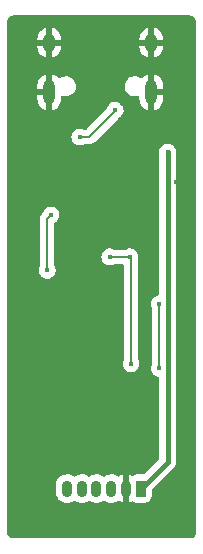
<source format=gbr>
%TF.GenerationSoftware,KiCad,Pcbnew,(6.0.8-1)-1*%
%TF.CreationDate,2022-11-12T20:26:07+08:00*%
%TF.ProjectId,RP-Link,52502d4c-696e-46b2-9e6b-696361645f70,rev?*%
%TF.SameCoordinates,Original*%
%TF.FileFunction,Copper,L2,Bot*%
%TF.FilePolarity,Positive*%
%FSLAX46Y46*%
G04 Gerber Fmt 4.6, Leading zero omitted, Abs format (unit mm)*
G04 Created by KiCad (PCBNEW (6.0.8-1)-1) date 2022-11-12 20:26:07*
%MOMM*%
%LPD*%
G01*
G04 APERTURE LIST*
G04 Aperture macros list*
%AMRoundRect*
0 Rectangle with rounded corners*
0 $1 Rounding radius*
0 $2 $3 $4 $5 $6 $7 $8 $9 X,Y pos of 4 corners*
0 Add a 4 corners polygon primitive as box body*
4,1,4,$2,$3,$4,$5,$6,$7,$8,$9,$2,$3,0*
0 Add four circle primitives for the rounded corners*
1,1,$1+$1,$2,$3*
1,1,$1+$1,$4,$5*
1,1,$1+$1,$6,$7*
1,1,$1+$1,$8,$9*
0 Add four rect primitives between the rounded corners*
20,1,$1+$1,$2,$3,$4,$5,0*
20,1,$1+$1,$4,$5,$6,$7,0*
20,1,$1+$1,$6,$7,$8,$9,0*
20,1,$1+$1,$8,$9,$2,$3,0*%
G04 Aperture macros list end*
%TA.AperFunction,ComponentPad*%
%ADD10RoundRect,0.225000X0.225000X0.475000X-0.225000X0.475000X-0.225000X-0.475000X0.225000X-0.475000X0*%
%TD*%
%TA.AperFunction,ComponentPad*%
%ADD11O,0.900000X1.400000*%
%TD*%
%TA.AperFunction,ComponentPad*%
%ADD12O,1.000000X2.100000*%
%TD*%
%TA.AperFunction,ComponentPad*%
%ADD13O,1.000000X1.600000*%
%TD*%
%TA.AperFunction,ViaPad*%
%ADD14C,0.400000*%
%TD*%
%TA.AperFunction,Conductor*%
%ADD15C,0.200000*%
%TD*%
%TA.AperFunction,Conductor*%
%ADD16C,0.150000*%
%TD*%
%TA.AperFunction,Conductor*%
%ADD17C,0.400000*%
%TD*%
G04 APERTURE END LIST*
D10*
%TO.P,J2,1,Pin_1*%
%TO.N,VCC*%
X128025000Y-104867500D03*
D11*
%TO.P,J2,2,Pin_2*%
%TO.N,GND*%
X126775000Y-104867500D03*
%TO.P,J2,3,Pin_3*%
%TO.N,/GPIO5*%
X125525000Y-104867500D03*
%TO.P,J2,4,Pin_4*%
%TO.N,/GPIO4*%
X124275000Y-104867500D03*
%TO.P,J2,5,Pin_5*%
%TO.N,/GPIO3*%
X123025000Y-104867500D03*
%TO.P,J2,6,Pin_6*%
%TO.N,/GPIO2*%
X121775000Y-104867500D03*
%TD*%
D12*
%TO.P,J1,S1,SHIELD*%
%TO.N,GND*%
X120280000Y-71305000D03*
D13*
X120280000Y-67125000D03*
D12*
X128920000Y-71305000D03*
D13*
X128920000Y-67125000D03*
%TD*%
D14*
%TO.N,GND*%
X131800000Y-95800000D03*
X122200000Y-97000000D03*
X125100000Y-89600000D03*
X128500000Y-77500000D03*
X128900000Y-83900000D03*
X126100000Y-98100000D03*
X131400000Y-71400000D03*
X127800000Y-97300000D03*
X122900000Y-80000000D03*
X124100000Y-94200000D03*
X125100000Y-90700000D03*
X126100000Y-96100000D03*
X125900000Y-68700000D03*
X120700000Y-77600000D03*
X117600000Y-105400000D03*
X131800000Y-108000000D03*
X120300000Y-91800000D03*
X117500000Y-87400000D03*
X123100000Y-68700000D03*
X131800000Y-89300000D03*
X126100000Y-90700000D03*
X120400000Y-97000000D03*
X125100000Y-88600000D03*
X124100000Y-88600000D03*
X126100000Y-89600000D03*
X117700000Y-68700000D03*
X131400000Y-90800000D03*
X131400000Y-68700000D03*
X127500000Y-99800000D03*
X122800000Y-77500000D03*
X124100000Y-89600000D03*
X126300000Y-101800000D03*
X126100000Y-88600000D03*
X127200000Y-96100000D03*
X125900000Y-66300000D03*
X117700000Y-66300000D03*
X121500000Y-94600000D03*
X122600000Y-82390000D03*
X117700000Y-71400000D03*
X121200000Y-80500000D03*
X124000000Y-100400000D03*
X131000000Y-78900000D03*
X131400000Y-66300000D03*
X117600000Y-107800000D03*
X119100000Y-87400000D03*
X131800000Y-80300000D03*
X131400000Y-87200000D03*
X124400000Y-98850000D03*
X123100000Y-66300000D03*
X131800000Y-103600000D03*
X124100000Y-90700000D03*
X127900000Y-81700000D03*
X131800000Y-84300000D03*
X127800000Y-83900000D03*
X131800000Y-105800000D03*
X117600000Y-103000000D03*
%TO.N,+3.3V*%
X120110000Y-86400000D03*
X120427385Y-81700000D03*
%TO.N,+1V1*%
X125400000Y-85250000D03*
X127200000Y-94300000D03*
X127100000Y-85250000D03*
%TO.N,/GPIO25*%
X129600000Y-89222649D03*
X129600000Y-94700000D03*
%TO.N,Net-(J1-PadA5)*%
X125850000Y-72850000D03*
X122860000Y-75100000D03*
%TO.N,VCC*%
X130300000Y-76400000D03*
%TD*%
D15*
%TO.N,+3.3V*%
X120110000Y-82017385D02*
X120427385Y-81700000D01*
X120110000Y-86400000D02*
X120110000Y-82017385D01*
D16*
%TO.N,+1V1*%
X127100000Y-85250000D02*
X125400000Y-85250000D01*
D15*
X127200000Y-94300000D02*
X127200000Y-85350000D01*
X127200000Y-85350000D02*
X127100000Y-85250000D01*
D16*
%TO.N,/GPIO25*%
X129600000Y-94700000D02*
X129600000Y-89222649D01*
D15*
%TO.N,Net-(J1-PadA5)*%
X123650000Y-75100000D02*
X125850000Y-72900000D01*
X122860000Y-75100000D02*
X123650000Y-75100000D01*
X125850000Y-72900000D02*
X125850000Y-72850000D01*
D17*
%TO.N,VCC*%
X130300000Y-102592500D02*
X130300000Y-76400000D01*
X128025000Y-104867500D02*
X130300000Y-102592500D01*
%TD*%
%TA.AperFunction,Conductor*%
%TO.N,GND*%
G36*
X132162915Y-64810000D02*
G01*
X132177748Y-64812310D01*
X132177752Y-64812310D01*
X132186621Y-64813691D01*
X132195646Y-64812511D01*
X132226081Y-64812239D01*
X132280950Y-64818421D01*
X132288161Y-64819233D01*
X132315664Y-64825510D01*
X132392757Y-64852486D01*
X132418171Y-64864725D01*
X132487325Y-64908177D01*
X132509384Y-64925769D01*
X132567128Y-64983513D01*
X132584720Y-65005571D01*
X132628174Y-65074726D01*
X132640416Y-65100148D01*
X132667387Y-65177227D01*
X132673666Y-65204736D01*
X132679915Y-65260202D01*
X132679650Y-65275867D01*
X132680693Y-65275880D01*
X132680584Y-65284849D01*
X132679202Y-65293724D01*
X132682291Y-65317344D01*
X132683329Y-65325283D01*
X132684393Y-65341621D01*
X132684391Y-108557738D01*
X132682891Y-108577124D01*
X132679200Y-108600828D01*
X132680364Y-108609729D01*
X132680254Y-108618704D01*
X132680036Y-108618701D01*
X132680020Y-108640149D01*
X132669920Y-108716509D01*
X132661330Y-108748414D01*
X132625318Y-108834915D01*
X132608729Y-108863490D01*
X132551471Y-108937650D01*
X132528025Y-108960929D01*
X132453453Y-109017658D01*
X132424762Y-109034040D01*
X132344504Y-109066780D01*
X132338005Y-109069431D01*
X132306043Y-109077791D01*
X132232975Y-109086924D01*
X132214907Y-109087873D01*
X132211702Y-109087811D01*
X132202846Y-109086367D01*
X132168974Y-109090550D01*
X132153531Y-109091500D01*
X117256470Y-109091500D01*
X117237085Y-109090000D01*
X117222252Y-109087690D01*
X117222248Y-109087690D01*
X117213379Y-109086309D01*
X117204354Y-109087489D01*
X117173919Y-109087761D01*
X117119050Y-109081579D01*
X117111839Y-109080767D01*
X117084336Y-109074490D01*
X117007243Y-109047514D01*
X116981827Y-109035274D01*
X116979870Y-109034044D01*
X116912675Y-108991823D01*
X116890616Y-108974231D01*
X116832872Y-108916487D01*
X116815280Y-108894429D01*
X116771826Y-108825274D01*
X116759584Y-108799852D01*
X116732613Y-108722773D01*
X116726334Y-108695264D01*
X116720085Y-108639798D01*
X116720350Y-108624133D01*
X116719307Y-108624120D01*
X116719416Y-108615151D01*
X116720798Y-108606276D01*
X116716671Y-108574714D01*
X116715607Y-108558379D01*
X116715607Y-105166163D01*
X120816500Y-105166163D01*
X120831235Y-105311227D01*
X120833144Y-105317318D01*
X120887556Y-105490951D01*
X120887558Y-105490956D01*
X120889465Y-105497041D01*
X120892558Y-105502620D01*
X120977450Y-105655768D01*
X120983870Y-105667350D01*
X120988019Y-105672191D01*
X120988022Y-105672195D01*
X121052167Y-105747034D01*
X121110591Y-105815198D01*
X121264453Y-105934546D01*
X121270176Y-105937362D01*
X121270179Y-105937364D01*
X121412520Y-106007404D01*
X121439171Y-106020518D01*
X121445349Y-106022127D01*
X121445351Y-106022128D01*
X121621425Y-106067992D01*
X121621428Y-106067992D01*
X121627607Y-106069602D01*
X121711597Y-106074004D01*
X121815683Y-106079459D01*
X121815687Y-106079459D01*
X121822064Y-106079793D01*
X121977413Y-106056299D01*
X122008285Y-106051630D01*
X122008286Y-106051630D01*
X122014599Y-106050675D01*
X122020585Y-106048472D01*
X122020591Y-106048471D01*
X122191360Y-105985640D01*
X122191365Y-105985638D01*
X122197346Y-105983437D01*
X122313597Y-105911358D01*
X122334185Y-105898593D01*
X122402620Y-105879697D01*
X122470408Y-105900798D01*
X122477808Y-105906121D01*
X122509406Y-105930631D01*
X122514453Y-105934546D01*
X122520176Y-105937362D01*
X122520179Y-105937364D01*
X122662520Y-106007404D01*
X122689171Y-106020518D01*
X122695349Y-106022127D01*
X122695351Y-106022128D01*
X122871425Y-106067992D01*
X122871428Y-106067992D01*
X122877607Y-106069602D01*
X122961597Y-106074004D01*
X123065683Y-106079459D01*
X123065687Y-106079459D01*
X123072064Y-106079793D01*
X123227413Y-106056299D01*
X123258285Y-106051630D01*
X123258286Y-106051630D01*
X123264599Y-106050675D01*
X123270585Y-106048472D01*
X123270591Y-106048471D01*
X123441360Y-105985640D01*
X123441365Y-105985638D01*
X123447346Y-105983437D01*
X123563597Y-105911358D01*
X123584185Y-105898593D01*
X123652620Y-105879697D01*
X123720408Y-105900798D01*
X123727808Y-105906121D01*
X123759406Y-105930631D01*
X123764453Y-105934546D01*
X123770176Y-105937362D01*
X123770179Y-105937364D01*
X123912520Y-106007404D01*
X123939171Y-106020518D01*
X123945349Y-106022127D01*
X123945351Y-106022128D01*
X124121425Y-106067992D01*
X124121428Y-106067992D01*
X124127607Y-106069602D01*
X124211597Y-106074004D01*
X124315683Y-106079459D01*
X124315687Y-106079459D01*
X124322064Y-106079793D01*
X124477413Y-106056299D01*
X124508285Y-106051630D01*
X124508286Y-106051630D01*
X124514599Y-106050675D01*
X124520585Y-106048472D01*
X124520591Y-106048471D01*
X124691360Y-105985640D01*
X124691365Y-105985638D01*
X124697346Y-105983437D01*
X124813597Y-105911358D01*
X124834185Y-105898593D01*
X124902620Y-105879697D01*
X124970408Y-105900798D01*
X124977808Y-105906121D01*
X125009406Y-105930631D01*
X125014453Y-105934546D01*
X125020176Y-105937362D01*
X125020179Y-105937364D01*
X125162520Y-106007404D01*
X125189171Y-106020518D01*
X125195349Y-106022127D01*
X125195351Y-106022128D01*
X125371425Y-106067992D01*
X125371428Y-106067992D01*
X125377607Y-106069602D01*
X125461597Y-106074004D01*
X125565683Y-106079459D01*
X125565687Y-106079459D01*
X125572064Y-106079793D01*
X125727413Y-106056299D01*
X125758285Y-106051630D01*
X125758286Y-106051630D01*
X125764599Y-106050675D01*
X125770585Y-106048472D01*
X125770591Y-106048471D01*
X125941360Y-105985640D01*
X125941365Y-105985638D01*
X125947346Y-105983437D01*
X126084637Y-105898313D01*
X126153072Y-105879415D01*
X126220860Y-105900517D01*
X126228259Y-105905839D01*
X126259680Y-105930211D01*
X126270440Y-105936935D01*
X126433625Y-106017232D01*
X126445519Y-106021655D01*
X126503470Y-106036751D01*
X126517564Y-106036317D01*
X126521000Y-106028136D01*
X126521000Y-106026729D01*
X127029000Y-106026729D01*
X127032973Y-106040260D01*
X127039075Y-106041137D01*
X127191136Y-105985190D01*
X127202549Y-105979623D01*
X127252578Y-105948604D01*
X127321014Y-105929706D01*
X127385091Y-105948430D01*
X127445457Y-105985640D01*
X127487899Y-106011802D01*
X127650243Y-106065649D01*
X127657080Y-106066349D01*
X127657082Y-106066350D01*
X127698401Y-106070583D01*
X127751268Y-106076000D01*
X128298732Y-106076000D01*
X128301978Y-106075663D01*
X128301982Y-106075663D01*
X128336083Y-106072125D01*
X128401019Y-106065387D01*
X128451722Y-106048471D01*
X128556324Y-106013573D01*
X128556326Y-106013572D01*
X128563268Y-106011256D01*
X128613655Y-105980076D01*
X128702485Y-105925106D01*
X128708713Y-105921252D01*
X128829552Y-105800202D01*
X128908457Y-105672195D01*
X128915462Y-105660831D01*
X128915463Y-105660829D01*
X128919302Y-105654601D01*
X128973149Y-105492257D01*
X128983500Y-105391232D01*
X128983500Y-104963160D01*
X129003502Y-104895039D01*
X129020405Y-104874065D01*
X130780520Y-103113950D01*
X130786785Y-103108096D01*
X130787238Y-103107701D01*
X130830385Y-103070061D01*
X130867129Y-103017780D01*
X130871061Y-103012486D01*
X130905791Y-102968193D01*
X130910476Y-102962218D01*
X130913599Y-102955302D01*
X130914983Y-102953016D01*
X130923357Y-102938335D01*
X130924622Y-102935975D01*
X130928990Y-102929761D01*
X130952203Y-102870223D01*
X130954759Y-102864142D01*
X130977918Y-102812852D01*
X130981045Y-102805927D01*
X130982429Y-102798460D01*
X130983230Y-102795905D01*
X130987859Y-102779652D01*
X130988521Y-102777072D01*
X130991282Y-102769991D01*
X130999622Y-102706643D01*
X131000653Y-102700129D01*
X131012296Y-102637313D01*
X131008709Y-102575107D01*
X131008500Y-102567853D01*
X131008500Y-76459331D01*
X131009757Y-76441577D01*
X131012966Y-76419030D01*
X131012966Y-76419029D01*
X131013547Y-76414947D01*
X131013704Y-76400000D01*
X130993102Y-76229758D01*
X130932487Y-76069344D01*
X130835357Y-75928019D01*
X130829686Y-75922966D01*
X130712993Y-75818996D01*
X130712990Y-75818994D01*
X130707321Y-75813943D01*
X130699325Y-75809709D01*
X130562481Y-75737254D01*
X130562482Y-75737254D01*
X130555769Y-75733700D01*
X130538196Y-75729286D01*
X130396822Y-75693775D01*
X130396818Y-75693775D01*
X130389451Y-75691924D01*
X130381852Y-75691884D01*
X130381850Y-75691884D01*
X130310394Y-75691510D01*
X130217969Y-75691026D01*
X130210589Y-75692798D01*
X130210587Y-75692798D01*
X130058602Y-75729286D01*
X130058598Y-75729287D01*
X130051223Y-75731058D01*
X129898839Y-75809709D01*
X129769615Y-75922439D01*
X129671010Y-76062739D01*
X129608718Y-76222509D01*
X129586335Y-76392526D01*
X129589261Y-76419030D01*
X129590739Y-76432416D01*
X129591500Y-76446243D01*
X129591500Y-88396691D01*
X129571498Y-88464812D01*
X129517842Y-88511305D01*
X129494914Y-88519210D01*
X129358602Y-88551935D01*
X129358598Y-88551936D01*
X129351223Y-88553707D01*
X129198839Y-88632358D01*
X129069615Y-88745088D01*
X128971010Y-88885388D01*
X128908718Y-89045158D01*
X128886335Y-89215175D01*
X128905153Y-89385624D01*
X128964085Y-89546664D01*
X128995082Y-89592792D01*
X129016500Y-89663066D01*
X129016500Y-94258166D01*
X128993586Y-94330617D01*
X128971010Y-94362739D01*
X128968250Y-94369818D01*
X128926383Y-94477202D01*
X128908718Y-94522509D01*
X128907726Y-94530042D01*
X128907726Y-94530043D01*
X128891934Y-94649998D01*
X128886335Y-94692526D01*
X128905153Y-94862975D01*
X128964085Y-95024015D01*
X129059730Y-95166349D01*
X129186565Y-95281760D01*
X129337268Y-95363585D01*
X129447875Y-95392603D01*
X129497474Y-95405615D01*
X129558289Y-95442249D01*
X129589644Y-95505947D01*
X129591500Y-95527491D01*
X129591500Y-102246840D01*
X129571498Y-102314961D01*
X129554595Y-102335935D01*
X128268435Y-103622095D01*
X128206123Y-103656121D01*
X128179340Y-103659000D01*
X127751268Y-103659000D01*
X127748022Y-103659337D01*
X127748018Y-103659337D01*
X127713917Y-103662875D01*
X127648981Y-103669613D01*
X127642440Y-103671795D01*
X127642441Y-103671795D01*
X127493676Y-103721427D01*
X127493674Y-103721428D01*
X127486732Y-103723744D01*
X127480508Y-103727596D01*
X127480507Y-103727596D01*
X127387394Y-103785216D01*
X127318942Y-103804054D01*
X127265462Y-103791127D01*
X127116379Y-103717770D01*
X127104481Y-103713345D01*
X127046530Y-103698249D01*
X127032436Y-103698683D01*
X127029000Y-103706864D01*
X127029000Y-106026729D01*
X126521000Y-106026729D01*
X126521000Y-103708271D01*
X126517027Y-103694740D01*
X126510925Y-103693863D01*
X126358864Y-103749810D01*
X126347451Y-103755377D01*
X126216237Y-103836733D01*
X126147801Y-103855631D01*
X126080013Y-103834529D01*
X126072623Y-103829213D01*
X126035547Y-103800454D01*
X126029824Y-103797638D01*
X126029821Y-103797636D01*
X125866556Y-103717300D01*
X125860829Y-103714482D01*
X125854651Y-103712873D01*
X125854649Y-103712872D01*
X125678575Y-103667008D01*
X125678572Y-103667008D01*
X125672393Y-103665398D01*
X125588403Y-103660996D01*
X125484317Y-103655541D01*
X125484313Y-103655541D01*
X125477936Y-103655207D01*
X125322587Y-103678701D01*
X125291715Y-103683370D01*
X125291714Y-103683370D01*
X125285401Y-103684325D01*
X125279415Y-103686528D01*
X125279409Y-103686529D01*
X125108640Y-103749360D01*
X125108635Y-103749362D01*
X125102654Y-103751563D01*
X125038844Y-103791127D01*
X124965815Y-103836407D01*
X124897380Y-103855303D01*
X124829592Y-103834202D01*
X124822192Y-103828879D01*
X124790592Y-103804367D01*
X124790590Y-103804366D01*
X124785547Y-103800454D01*
X124779824Y-103797638D01*
X124779821Y-103797636D01*
X124616556Y-103717300D01*
X124610829Y-103714482D01*
X124604651Y-103712873D01*
X124604649Y-103712872D01*
X124428575Y-103667008D01*
X124428572Y-103667008D01*
X124422393Y-103665398D01*
X124338403Y-103660996D01*
X124234317Y-103655541D01*
X124234313Y-103655541D01*
X124227936Y-103655207D01*
X124072587Y-103678701D01*
X124041715Y-103683370D01*
X124041714Y-103683370D01*
X124035401Y-103684325D01*
X124029415Y-103686528D01*
X124029409Y-103686529D01*
X123858640Y-103749360D01*
X123858635Y-103749362D01*
X123852654Y-103751563D01*
X123788844Y-103791127D01*
X123715815Y-103836407D01*
X123647380Y-103855303D01*
X123579592Y-103834202D01*
X123572192Y-103828879D01*
X123540592Y-103804367D01*
X123540590Y-103804366D01*
X123535547Y-103800454D01*
X123529824Y-103797638D01*
X123529821Y-103797636D01*
X123366556Y-103717300D01*
X123360829Y-103714482D01*
X123354651Y-103712873D01*
X123354649Y-103712872D01*
X123178575Y-103667008D01*
X123178572Y-103667008D01*
X123172393Y-103665398D01*
X123088403Y-103660996D01*
X122984317Y-103655541D01*
X122984313Y-103655541D01*
X122977936Y-103655207D01*
X122822587Y-103678701D01*
X122791715Y-103683370D01*
X122791714Y-103683370D01*
X122785401Y-103684325D01*
X122779415Y-103686528D01*
X122779409Y-103686529D01*
X122608640Y-103749360D01*
X122608635Y-103749362D01*
X122602654Y-103751563D01*
X122538844Y-103791127D01*
X122465815Y-103836407D01*
X122397380Y-103855303D01*
X122329592Y-103834202D01*
X122322192Y-103828879D01*
X122290592Y-103804367D01*
X122290590Y-103804366D01*
X122285547Y-103800454D01*
X122279824Y-103797638D01*
X122279821Y-103797636D01*
X122116556Y-103717300D01*
X122110829Y-103714482D01*
X122104651Y-103712873D01*
X122104649Y-103712872D01*
X121928575Y-103667008D01*
X121928572Y-103667008D01*
X121922393Y-103665398D01*
X121838403Y-103660996D01*
X121734317Y-103655541D01*
X121734313Y-103655541D01*
X121727936Y-103655207D01*
X121572587Y-103678701D01*
X121541715Y-103683370D01*
X121541714Y-103683370D01*
X121535401Y-103684325D01*
X121529415Y-103686528D01*
X121529409Y-103686529D01*
X121358640Y-103749360D01*
X121358635Y-103749362D01*
X121352654Y-103751563D01*
X121288844Y-103791127D01*
X121227957Y-103828879D01*
X121187160Y-103854174D01*
X121045678Y-103987966D01*
X120933989Y-104147475D01*
X120856655Y-104326184D01*
X120855350Y-104332431D01*
X120855349Y-104332434D01*
X120836268Y-104423773D01*
X120816835Y-104516793D01*
X120816500Y-104523185D01*
X120816500Y-105166163D01*
X116715607Y-105166163D01*
X116715607Y-86392526D01*
X119396335Y-86392526D01*
X119415153Y-86562975D01*
X119417762Y-86570106D01*
X119417763Y-86570108D01*
X119425688Y-86591764D01*
X119474085Y-86724015D01*
X119569730Y-86866349D01*
X119696565Y-86981760D01*
X119847268Y-87063585D01*
X120013139Y-87107101D01*
X120100586Y-87108474D01*
X120177003Y-87109675D01*
X120177006Y-87109675D01*
X120184602Y-87109794D01*
X120192006Y-87108098D01*
X120192008Y-87108098D01*
X120254846Y-87093706D01*
X120351759Y-87071510D01*
X120504958Y-86994459D01*
X120510729Y-86989530D01*
X120510732Y-86989528D01*
X120629578Y-86888023D01*
X120635355Y-86883089D01*
X120735424Y-86743830D01*
X120799385Y-86584720D01*
X120823547Y-86414947D01*
X120823704Y-86400000D01*
X120803102Y-86229758D01*
X120742487Y-86069344D01*
X120738187Y-86063087D01*
X120734665Y-86056350D01*
X120737063Y-86055096D01*
X120718500Y-85995318D01*
X120718500Y-85242526D01*
X124686335Y-85242526D01*
X124693240Y-85305073D01*
X124703515Y-85398136D01*
X124705153Y-85412975D01*
X124764085Y-85574015D01*
X124859730Y-85716349D01*
X124986565Y-85831760D01*
X125137268Y-85913585D01*
X125303139Y-85957101D01*
X125390586Y-85958474D01*
X125467003Y-85959675D01*
X125467006Y-85959675D01*
X125474602Y-85959794D01*
X125482006Y-85958098D01*
X125482008Y-85958098D01*
X125544846Y-85943706D01*
X125641759Y-85921510D01*
X125790035Y-85846935D01*
X125846649Y-85833500D01*
X126465500Y-85833500D01*
X126533621Y-85853502D01*
X126580114Y-85907158D01*
X126591500Y-85959500D01*
X126591500Y-93894808D01*
X126576543Y-93954351D01*
X126575377Y-93956525D01*
X126571010Y-93962739D01*
X126508718Y-94122509D01*
X126507726Y-94130042D01*
X126507726Y-94130043D01*
X126490859Y-94258166D01*
X126486335Y-94292526D01*
X126505153Y-94462975D01*
X126507762Y-94470106D01*
X126507763Y-94470108D01*
X126515688Y-94491764D01*
X126564085Y-94624015D01*
X126659730Y-94766349D01*
X126723148Y-94824055D01*
X126773760Y-94870108D01*
X126786565Y-94881760D01*
X126937268Y-94963585D01*
X127103139Y-95007101D01*
X127190586Y-95008474D01*
X127267003Y-95009675D01*
X127267006Y-95009675D01*
X127274602Y-95009794D01*
X127282006Y-95008098D01*
X127282008Y-95008098D01*
X127344846Y-94993706D01*
X127441759Y-94971510D01*
X127594958Y-94894459D01*
X127600729Y-94889530D01*
X127600732Y-94889528D01*
X127719578Y-94788023D01*
X127725355Y-94783089D01*
X127825424Y-94643830D01*
X127889385Y-94484720D01*
X127913547Y-94314947D01*
X127913704Y-94300000D01*
X127893102Y-94129758D01*
X127832487Y-93969344D01*
X127828187Y-93963087D01*
X127824665Y-93956350D01*
X127827063Y-93955096D01*
X127808500Y-93895318D01*
X127808500Y-85398136D01*
X127809578Y-85381690D01*
X127812672Y-85358188D01*
X127813750Y-85350000D01*
X127810089Y-85322188D01*
X127810268Y-85287991D01*
X127812965Y-85269035D01*
X127813547Y-85264947D01*
X127813704Y-85250000D01*
X127793102Y-85079758D01*
X127732487Y-84919344D01*
X127635357Y-84778019D01*
X127629686Y-84772966D01*
X127512993Y-84668996D01*
X127512990Y-84668994D01*
X127507321Y-84663943D01*
X127499325Y-84659709D01*
X127362481Y-84587254D01*
X127362482Y-84587254D01*
X127355769Y-84583700D01*
X127338196Y-84579286D01*
X127196822Y-84543775D01*
X127196818Y-84543775D01*
X127189451Y-84541924D01*
X127181852Y-84541884D01*
X127181850Y-84541884D01*
X127110394Y-84541510D01*
X127017969Y-84541026D01*
X127010589Y-84542798D01*
X127010587Y-84542798D01*
X126858602Y-84579286D01*
X126858598Y-84579287D01*
X126851223Y-84581058D01*
X126743009Y-84636911D01*
X126712872Y-84652466D01*
X126655082Y-84666500D01*
X125843448Y-84666500D01*
X125784489Y-84651854D01*
X125662481Y-84587254D01*
X125662482Y-84587254D01*
X125655769Y-84583700D01*
X125638196Y-84579286D01*
X125496822Y-84543775D01*
X125496818Y-84543775D01*
X125489451Y-84541924D01*
X125481852Y-84541884D01*
X125481850Y-84541884D01*
X125410394Y-84541510D01*
X125317969Y-84541026D01*
X125310589Y-84542798D01*
X125310587Y-84542798D01*
X125158602Y-84579286D01*
X125158598Y-84579287D01*
X125151223Y-84581058D01*
X124998839Y-84659709D01*
X124869615Y-84772439D01*
X124771010Y-84912739D01*
X124708718Y-85072509D01*
X124686335Y-85242526D01*
X120718500Y-85242526D01*
X120718500Y-82424355D01*
X120738502Y-82356234D01*
X120787885Y-82311791D01*
X120815554Y-82297875D01*
X120815563Y-82297869D01*
X120822343Y-82294459D01*
X120952740Y-82183089D01*
X121052809Y-82043830D01*
X121116770Y-81884720D01*
X121140932Y-81714947D01*
X121141089Y-81700000D01*
X121136643Y-81663262D01*
X121121400Y-81537299D01*
X121121399Y-81537296D01*
X121120487Y-81529758D01*
X121059872Y-81369344D01*
X120962742Y-81228019D01*
X120957071Y-81222966D01*
X120840378Y-81118996D01*
X120840375Y-81118994D01*
X120834706Y-81113943D01*
X120826710Y-81109709D01*
X120689866Y-81037254D01*
X120689867Y-81037254D01*
X120683154Y-81033700D01*
X120665581Y-81029286D01*
X120524207Y-80993775D01*
X120524203Y-80993775D01*
X120516836Y-80991924D01*
X120509237Y-80991884D01*
X120509235Y-80991884D01*
X120437779Y-80991510D01*
X120345354Y-80991026D01*
X120337974Y-80992798D01*
X120337972Y-80992798D01*
X120185987Y-81029286D01*
X120185983Y-81029287D01*
X120178608Y-81031058D01*
X120026224Y-81109709D01*
X119897000Y-81222439D01*
X119798395Y-81362739D01*
X119759416Y-81462714D01*
X119740659Y-81510823D01*
X119699970Y-81565015D01*
X119676013Y-81583398D01*
X119651526Y-81615310D01*
X119651523Y-81615313D01*
X119651517Y-81615321D01*
X119589691Y-81695894D01*
X119578476Y-81710509D01*
X119578476Y-81710510D01*
X119517162Y-81858535D01*
X119501500Y-81977500D01*
X119501500Y-81977505D01*
X119496250Y-82017385D01*
X119499732Y-82043830D01*
X119500422Y-82049075D01*
X119501500Y-82065521D01*
X119501500Y-85994808D01*
X119486543Y-86054351D01*
X119485377Y-86056525D01*
X119481010Y-86062739D01*
X119418718Y-86222509D01*
X119396335Y-86392526D01*
X116715607Y-86392526D01*
X116715607Y-75092526D01*
X122146335Y-75092526D01*
X122165153Y-75262975D01*
X122224085Y-75424015D01*
X122319730Y-75566349D01*
X122446565Y-75681760D01*
X122597268Y-75763585D01*
X122763139Y-75807101D01*
X122850586Y-75808474D01*
X122927003Y-75809675D01*
X122927006Y-75809675D01*
X122934602Y-75809794D01*
X122942006Y-75808098D01*
X122942008Y-75808098D01*
X123004846Y-75793706D01*
X123101759Y-75771510D01*
X123200329Y-75721935D01*
X123256942Y-75708500D01*
X123601864Y-75708500D01*
X123618307Y-75709578D01*
X123650000Y-75713750D01*
X123658189Y-75712672D01*
X123689874Y-75708501D01*
X123689884Y-75708500D01*
X123689885Y-75708500D01*
X123789457Y-75695391D01*
X123800664Y-75693916D01*
X123800666Y-75693915D01*
X123808851Y-75692838D01*
X123956876Y-75631524D01*
X124052072Y-75558477D01*
X124052075Y-75558474D01*
X124083987Y-75533987D01*
X124089017Y-75527432D01*
X124103452Y-75508621D01*
X124114319Y-75496230D01*
X126071935Y-73538614D01*
X126104416Y-73515144D01*
X126238174Y-73447871D01*
X126244958Y-73444459D01*
X126250729Y-73439530D01*
X126250732Y-73439528D01*
X126369578Y-73338023D01*
X126375355Y-73333089D01*
X126475424Y-73193830D01*
X126539385Y-73034720D01*
X126563547Y-72864947D01*
X126563704Y-72850000D01*
X126550339Y-72739560D01*
X126544015Y-72687299D01*
X126544014Y-72687296D01*
X126543102Y-72679758D01*
X126482487Y-72519344D01*
X126473675Y-72506523D01*
X126389659Y-72384278D01*
X126389658Y-72384276D01*
X126385357Y-72378019D01*
X126379686Y-72372966D01*
X126262993Y-72268996D01*
X126262990Y-72268994D01*
X126257321Y-72263943D01*
X126249325Y-72259709D01*
X126112481Y-72187254D01*
X126112482Y-72187254D01*
X126105769Y-72183700D01*
X126088196Y-72179286D01*
X125946822Y-72143775D01*
X125946818Y-72143775D01*
X125939451Y-72141924D01*
X125931852Y-72141884D01*
X125931850Y-72141884D01*
X125860394Y-72141510D01*
X125767969Y-72141026D01*
X125760589Y-72142798D01*
X125760587Y-72142798D01*
X125608602Y-72179286D01*
X125608598Y-72179287D01*
X125601223Y-72181058D01*
X125448839Y-72259709D01*
X125319615Y-72372439D01*
X125221010Y-72512739D01*
X125158718Y-72672509D01*
X125157726Y-72680042D01*
X125157726Y-72680043D01*
X125155473Y-72697157D01*
X125126750Y-72762084D01*
X125119646Y-72769805D01*
X123434856Y-74454595D01*
X123372544Y-74488621D01*
X123345761Y-74491500D01*
X123256232Y-74491500D01*
X123197276Y-74476856D01*
X123115769Y-74433700D01*
X123098196Y-74429286D01*
X122956822Y-74393775D01*
X122956818Y-74393775D01*
X122949451Y-74391924D01*
X122941852Y-74391884D01*
X122941850Y-74391884D01*
X122870394Y-74391510D01*
X122777969Y-74391026D01*
X122770589Y-74392798D01*
X122770587Y-74392798D01*
X122618602Y-74429286D01*
X122618598Y-74429287D01*
X122611223Y-74431058D01*
X122458839Y-74509709D01*
X122329615Y-74622439D01*
X122231010Y-74762739D01*
X122168718Y-74922509D01*
X122146335Y-75092526D01*
X116715607Y-75092526D01*
X116715607Y-71901657D01*
X119272000Y-71901657D01*
X119272301Y-71907805D01*
X119285812Y-72045603D01*
X119288195Y-72057638D01*
X119341767Y-72235076D01*
X119346441Y-72246416D01*
X119433460Y-72410077D01*
X119440249Y-72420294D01*
X119557397Y-72563933D01*
X119566041Y-72572637D01*
X119708856Y-72690784D01*
X119719027Y-72697644D01*
X119882076Y-72785804D01*
X119893381Y-72790556D01*
X120008692Y-72826250D01*
X120022795Y-72826456D01*
X120026000Y-72819701D01*
X120026000Y-72812924D01*
X120534000Y-72812924D01*
X120537973Y-72826455D01*
X120545768Y-72827575D01*
X120653521Y-72795862D01*
X120664889Y-72791269D01*
X120829154Y-72705393D01*
X120839415Y-72698679D01*
X120983873Y-72582532D01*
X120992632Y-72573954D01*
X121111778Y-72431961D01*
X121118708Y-72421841D01*
X121208002Y-72259415D01*
X121212834Y-72248142D01*
X121268880Y-72071462D01*
X121271430Y-72059468D01*
X121287607Y-71915239D01*
X121288000Y-71908215D01*
X121288000Y-71722026D01*
X121308002Y-71653905D01*
X121361658Y-71607412D01*
X121431932Y-71597308D01*
X121441486Y-71599061D01*
X121611494Y-71637062D01*
X121611501Y-71637063D01*
X121616543Y-71638190D01*
X121622088Y-71638500D01*
X121755244Y-71638500D01*
X121890037Y-71623857D01*
X122028927Y-71577115D01*
X122055204Y-71568272D01*
X122055206Y-71568271D01*
X122061675Y-71566094D01*
X122216905Y-71472823D01*
X122221862Y-71468135D01*
X122221865Y-71468133D01*
X122343527Y-71353082D01*
X122343529Y-71353080D01*
X122348485Y-71348393D01*
X122352317Y-71342755D01*
X122352320Y-71342751D01*
X122446442Y-71204255D01*
X122450277Y-71198612D01*
X122517530Y-71030466D01*
X122518644Y-71023738D01*
X122518645Y-71023734D01*
X122545993Y-70858539D01*
X122545993Y-70858536D01*
X122547108Y-70851802D01*
X122542203Y-70758198D01*
X126652892Y-70758198D01*
X126653249Y-70765015D01*
X126653249Y-70765019D01*
X126658151Y-70858539D01*
X126662370Y-70939047D01*
X126664181Y-70945620D01*
X126664181Y-70945623D01*
X126693207Y-71051000D01*
X126710461Y-71113641D01*
X126794922Y-71273836D01*
X126799327Y-71279049D01*
X126799330Y-71279053D01*
X126907406Y-71406943D01*
X126907410Y-71406947D01*
X126911813Y-71412157D01*
X126917237Y-71416304D01*
X126917238Y-71416305D01*
X127050257Y-71518006D01*
X127050261Y-71518009D01*
X127055678Y-71522150D01*
X127138287Y-71560671D01*
X127213631Y-71595805D01*
X127213634Y-71595806D01*
X127219808Y-71598685D01*
X127226456Y-71600171D01*
X127226459Y-71600172D01*
X127322686Y-71621681D01*
X127396543Y-71638190D01*
X127402088Y-71638500D01*
X127535244Y-71638500D01*
X127670037Y-71623857D01*
X127676501Y-71621682D01*
X127676504Y-71621681D01*
X127743716Y-71599061D01*
X127745811Y-71598356D01*
X127816753Y-71595586D01*
X127877932Y-71631609D01*
X127909923Y-71694990D01*
X127912000Y-71717775D01*
X127912000Y-71901657D01*
X127912301Y-71907805D01*
X127925812Y-72045603D01*
X127928195Y-72057638D01*
X127981767Y-72235076D01*
X127986441Y-72246416D01*
X128073460Y-72410077D01*
X128080249Y-72420294D01*
X128197397Y-72563933D01*
X128206041Y-72572637D01*
X128348856Y-72690784D01*
X128359027Y-72697644D01*
X128522076Y-72785804D01*
X128533381Y-72790556D01*
X128648692Y-72826250D01*
X128662795Y-72826456D01*
X128666000Y-72819701D01*
X128666000Y-72812924D01*
X129174000Y-72812924D01*
X129177973Y-72826455D01*
X129185768Y-72827575D01*
X129293521Y-72795862D01*
X129304889Y-72791269D01*
X129469154Y-72705393D01*
X129479415Y-72698679D01*
X129623873Y-72582532D01*
X129632632Y-72573954D01*
X129751778Y-72431961D01*
X129758708Y-72421841D01*
X129848002Y-72259415D01*
X129852834Y-72248142D01*
X129908880Y-72071462D01*
X129911430Y-72059468D01*
X129927607Y-71915239D01*
X129928000Y-71908215D01*
X129928000Y-71577115D01*
X129923525Y-71561876D01*
X129922135Y-71560671D01*
X129914452Y-71559000D01*
X129192115Y-71559000D01*
X129176876Y-71563475D01*
X129175671Y-71564865D01*
X129174000Y-71572548D01*
X129174000Y-72812924D01*
X128666000Y-72812924D01*
X128666000Y-71032885D01*
X129174000Y-71032885D01*
X129178475Y-71048124D01*
X129179865Y-71049329D01*
X129187548Y-71051000D01*
X129909885Y-71051000D01*
X129925124Y-71046525D01*
X129926329Y-71045135D01*
X129928000Y-71037452D01*
X129928000Y-70708343D01*
X129927699Y-70702195D01*
X129914188Y-70564397D01*
X129911805Y-70552362D01*
X129858233Y-70374924D01*
X129853559Y-70363584D01*
X129766540Y-70199923D01*
X129759751Y-70189706D01*
X129642603Y-70046067D01*
X129633959Y-70037363D01*
X129491144Y-69919216D01*
X129480973Y-69912356D01*
X129317924Y-69824196D01*
X129306619Y-69819444D01*
X129191308Y-69783750D01*
X129177205Y-69783544D01*
X129174000Y-69790299D01*
X129174000Y-71032885D01*
X128666000Y-71032885D01*
X128666000Y-69797076D01*
X128662027Y-69783545D01*
X128654232Y-69782425D01*
X128546479Y-69814138D01*
X128535111Y-69818731D01*
X128370846Y-69904607D01*
X128360585Y-69911321D01*
X128216127Y-70027468D01*
X128207366Y-70036047D01*
X128147664Y-70107197D01*
X128088555Y-70146523D01*
X128017567Y-70147649D01*
X127974614Y-70126301D01*
X127929743Y-70091994D01*
X127929739Y-70091991D01*
X127924322Y-70087850D01*
X127813228Y-70036046D01*
X127766369Y-70014195D01*
X127766366Y-70014194D01*
X127760192Y-70011315D01*
X127753544Y-70009829D01*
X127753541Y-70009828D01*
X127588494Y-69972936D01*
X127588495Y-69972936D01*
X127583457Y-69971810D01*
X127577912Y-69971500D01*
X127444756Y-69971500D01*
X127309963Y-69986143D01*
X127226609Y-70014195D01*
X127144796Y-70041728D01*
X127144794Y-70041729D01*
X127138325Y-70043906D01*
X126983095Y-70137177D01*
X126978138Y-70141865D01*
X126978135Y-70141867D01*
X126923329Y-70193695D01*
X126851515Y-70261607D01*
X126847683Y-70267245D01*
X126847680Y-70267249D01*
X126796740Y-70342205D01*
X126749723Y-70411388D01*
X126682470Y-70579534D01*
X126681356Y-70586262D01*
X126681355Y-70586266D01*
X126654007Y-70751461D01*
X126652892Y-70758198D01*
X122542203Y-70758198D01*
X122537987Y-70677766D01*
X122537630Y-70670953D01*
X122514304Y-70586266D01*
X122491352Y-70502941D01*
X122489539Y-70496359D01*
X122405078Y-70336164D01*
X122400673Y-70330951D01*
X122400670Y-70330947D01*
X122292594Y-70203057D01*
X122292590Y-70203053D01*
X122288187Y-70197843D01*
X122282762Y-70193695D01*
X122149743Y-70091994D01*
X122149739Y-70091991D01*
X122144322Y-70087850D01*
X122033228Y-70036046D01*
X121986369Y-70014195D01*
X121986366Y-70014194D01*
X121980192Y-70011315D01*
X121973544Y-70009829D01*
X121973541Y-70009828D01*
X121808494Y-69972936D01*
X121808495Y-69972936D01*
X121803457Y-69971810D01*
X121797912Y-69971500D01*
X121664756Y-69971500D01*
X121529963Y-69986143D01*
X121446609Y-70014195D01*
X121364796Y-70041728D01*
X121364794Y-70041729D01*
X121358325Y-70043906D01*
X121211962Y-70131849D01*
X121143273Y-70149788D01*
X121075786Y-70127741D01*
X121049428Y-70103481D01*
X121002603Y-70046067D01*
X120993959Y-70037363D01*
X120851144Y-69919216D01*
X120840973Y-69912356D01*
X120677924Y-69824196D01*
X120666619Y-69819444D01*
X120551308Y-69783750D01*
X120537205Y-69783544D01*
X120534000Y-69790299D01*
X120534000Y-72812924D01*
X120026000Y-72812924D01*
X120026000Y-71577115D01*
X120021525Y-71561876D01*
X120020135Y-71560671D01*
X120012452Y-71559000D01*
X119290115Y-71559000D01*
X119274876Y-71563475D01*
X119273671Y-71564865D01*
X119272000Y-71572548D01*
X119272000Y-71901657D01*
X116715607Y-71901657D01*
X116715607Y-71032885D01*
X119272000Y-71032885D01*
X119276475Y-71048124D01*
X119277865Y-71049329D01*
X119285548Y-71051000D01*
X120007885Y-71051000D01*
X120023124Y-71046525D01*
X120024329Y-71045135D01*
X120026000Y-71037452D01*
X120026000Y-69797076D01*
X120022027Y-69783545D01*
X120014232Y-69782425D01*
X119906479Y-69814138D01*
X119895111Y-69818731D01*
X119730846Y-69904607D01*
X119720585Y-69911321D01*
X119576127Y-70027468D01*
X119567368Y-70036046D01*
X119448222Y-70178039D01*
X119441292Y-70188159D01*
X119351998Y-70350585D01*
X119347166Y-70361858D01*
X119291120Y-70538538D01*
X119288570Y-70550532D01*
X119272393Y-70694761D01*
X119272000Y-70701785D01*
X119272000Y-71032885D01*
X116715607Y-71032885D01*
X116715607Y-67471657D01*
X119272000Y-67471657D01*
X119272301Y-67477805D01*
X119285812Y-67615603D01*
X119288195Y-67627638D01*
X119341767Y-67805076D01*
X119346441Y-67816416D01*
X119433460Y-67980077D01*
X119440249Y-67990294D01*
X119557397Y-68133933D01*
X119566041Y-68142637D01*
X119708856Y-68260784D01*
X119719027Y-68267644D01*
X119882076Y-68355804D01*
X119893381Y-68360556D01*
X120008692Y-68396250D01*
X120022795Y-68396456D01*
X120026000Y-68389701D01*
X120026000Y-68382924D01*
X120534000Y-68382924D01*
X120537973Y-68396455D01*
X120545768Y-68397575D01*
X120653521Y-68365862D01*
X120664889Y-68361269D01*
X120829154Y-68275393D01*
X120839415Y-68268679D01*
X120983873Y-68152532D01*
X120992632Y-68143954D01*
X121111778Y-68001961D01*
X121118708Y-67991841D01*
X121208002Y-67829415D01*
X121212834Y-67818142D01*
X121268880Y-67641462D01*
X121271430Y-67629468D01*
X121287607Y-67485239D01*
X121288000Y-67478215D01*
X121288000Y-67471657D01*
X127912000Y-67471657D01*
X127912301Y-67477805D01*
X127925812Y-67615603D01*
X127928195Y-67627638D01*
X127981767Y-67805076D01*
X127986441Y-67816416D01*
X128073460Y-67980077D01*
X128080249Y-67990294D01*
X128197397Y-68133933D01*
X128206041Y-68142637D01*
X128348856Y-68260784D01*
X128359027Y-68267644D01*
X128522076Y-68355804D01*
X128533381Y-68360556D01*
X128648692Y-68396250D01*
X128662795Y-68396456D01*
X128666000Y-68389701D01*
X128666000Y-68382924D01*
X129174000Y-68382924D01*
X129177973Y-68396455D01*
X129185768Y-68397575D01*
X129293521Y-68365862D01*
X129304889Y-68361269D01*
X129469154Y-68275393D01*
X129479415Y-68268679D01*
X129623873Y-68152532D01*
X129632632Y-68143954D01*
X129751778Y-68001961D01*
X129758708Y-67991841D01*
X129848002Y-67829415D01*
X129852834Y-67818142D01*
X129908880Y-67641462D01*
X129911430Y-67629468D01*
X129927607Y-67485239D01*
X129928000Y-67478215D01*
X129928000Y-67397115D01*
X129923525Y-67381876D01*
X129922135Y-67380671D01*
X129914452Y-67379000D01*
X129192115Y-67379000D01*
X129176876Y-67383475D01*
X129175671Y-67384865D01*
X129174000Y-67392548D01*
X129174000Y-68382924D01*
X128666000Y-68382924D01*
X128666000Y-67397115D01*
X128661525Y-67381876D01*
X128660135Y-67380671D01*
X128652452Y-67379000D01*
X127930115Y-67379000D01*
X127914876Y-67383475D01*
X127913671Y-67384865D01*
X127912000Y-67392548D01*
X127912000Y-67471657D01*
X121288000Y-67471657D01*
X121288000Y-67397115D01*
X121283525Y-67381876D01*
X121282135Y-67380671D01*
X121274452Y-67379000D01*
X120552115Y-67379000D01*
X120536876Y-67383475D01*
X120535671Y-67384865D01*
X120534000Y-67392548D01*
X120534000Y-68382924D01*
X120026000Y-68382924D01*
X120026000Y-67397115D01*
X120021525Y-67381876D01*
X120020135Y-67380671D01*
X120012452Y-67379000D01*
X119290115Y-67379000D01*
X119274876Y-67383475D01*
X119273671Y-67384865D01*
X119272000Y-67392548D01*
X119272000Y-67471657D01*
X116715607Y-67471657D01*
X116715607Y-66852885D01*
X119272000Y-66852885D01*
X119276475Y-66868124D01*
X119277865Y-66869329D01*
X119285548Y-66871000D01*
X120007885Y-66871000D01*
X120023124Y-66866525D01*
X120024329Y-66865135D01*
X120026000Y-66857452D01*
X120026000Y-66852885D01*
X120534000Y-66852885D01*
X120538475Y-66868124D01*
X120539865Y-66869329D01*
X120547548Y-66871000D01*
X121269885Y-66871000D01*
X121285124Y-66866525D01*
X121286329Y-66865135D01*
X121288000Y-66857452D01*
X121288000Y-66852885D01*
X127912000Y-66852885D01*
X127916475Y-66868124D01*
X127917865Y-66869329D01*
X127925548Y-66871000D01*
X128647885Y-66871000D01*
X128663124Y-66866525D01*
X128664329Y-66865135D01*
X128666000Y-66857452D01*
X128666000Y-66852885D01*
X129174000Y-66852885D01*
X129178475Y-66868124D01*
X129179865Y-66869329D01*
X129187548Y-66871000D01*
X129909885Y-66871000D01*
X129925124Y-66866525D01*
X129926329Y-66865135D01*
X129928000Y-66857452D01*
X129928000Y-66778343D01*
X129927699Y-66772195D01*
X129914188Y-66634397D01*
X129911805Y-66622362D01*
X129858233Y-66444924D01*
X129853559Y-66433584D01*
X129766540Y-66269923D01*
X129759751Y-66259706D01*
X129642603Y-66116067D01*
X129633959Y-66107363D01*
X129491144Y-65989216D01*
X129480973Y-65982356D01*
X129317924Y-65894196D01*
X129306619Y-65889444D01*
X129191308Y-65853750D01*
X129177205Y-65853544D01*
X129174000Y-65860299D01*
X129174000Y-66852885D01*
X128666000Y-66852885D01*
X128666000Y-65867076D01*
X128662027Y-65853545D01*
X128654232Y-65852425D01*
X128546479Y-65884138D01*
X128535111Y-65888731D01*
X128370846Y-65974607D01*
X128360585Y-65981321D01*
X128216127Y-66097468D01*
X128207368Y-66106046D01*
X128088222Y-66248039D01*
X128081292Y-66258159D01*
X127991998Y-66420585D01*
X127987166Y-66431858D01*
X127931120Y-66608538D01*
X127928570Y-66620532D01*
X127912393Y-66764761D01*
X127912000Y-66771785D01*
X127912000Y-66852885D01*
X121288000Y-66852885D01*
X121288000Y-66778343D01*
X121287699Y-66772195D01*
X121274188Y-66634397D01*
X121271805Y-66622362D01*
X121218233Y-66444924D01*
X121213559Y-66433584D01*
X121126540Y-66269923D01*
X121119751Y-66259706D01*
X121002603Y-66116067D01*
X120993959Y-66107363D01*
X120851144Y-65989216D01*
X120840973Y-65982356D01*
X120677924Y-65894196D01*
X120666619Y-65889444D01*
X120551308Y-65853750D01*
X120537205Y-65853544D01*
X120534000Y-65860299D01*
X120534000Y-66852885D01*
X120026000Y-66852885D01*
X120026000Y-65867076D01*
X120022027Y-65853545D01*
X120014232Y-65852425D01*
X119906479Y-65884138D01*
X119895111Y-65888731D01*
X119730846Y-65974607D01*
X119720585Y-65981321D01*
X119576127Y-66097468D01*
X119567368Y-66106046D01*
X119448222Y-66248039D01*
X119441292Y-66258159D01*
X119351998Y-66420585D01*
X119347166Y-66431858D01*
X119291120Y-66608538D01*
X119288570Y-66620532D01*
X119272393Y-66764761D01*
X119272000Y-66771785D01*
X119272000Y-66852885D01*
X116715607Y-66852885D01*
X116715607Y-65353250D01*
X116717353Y-65332345D01*
X116719877Y-65317344D01*
X116719877Y-65317341D01*
X116720683Y-65312552D01*
X116720836Y-65300000D01*
X116720146Y-65295182D01*
X116719830Y-65290329D01*
X116720117Y-65290310D01*
X116719714Y-65263551D01*
X116720092Y-65260202D01*
X116726341Y-65204736D01*
X116732620Y-65177231D01*
X116759593Y-65100147D01*
X116771835Y-65074726D01*
X116815282Y-65005580D01*
X116832874Y-64983521D01*
X116890623Y-64925772D01*
X116912677Y-64908184D01*
X116981832Y-64864731D01*
X117007248Y-64852492D01*
X117084336Y-64825518D01*
X117111843Y-64819239D01*
X117128283Y-64817387D01*
X117167376Y-64812983D01*
X117183025Y-64812200D01*
X117191956Y-64812309D01*
X117200827Y-64813691D01*
X117209730Y-64812527D01*
X117209736Y-64812527D01*
X117232397Y-64809564D01*
X117248733Y-64808500D01*
X132143530Y-64808500D01*
X132162915Y-64810000D01*
G37*
%TD.AperFunction*%
%TD*%
M02*

</source>
